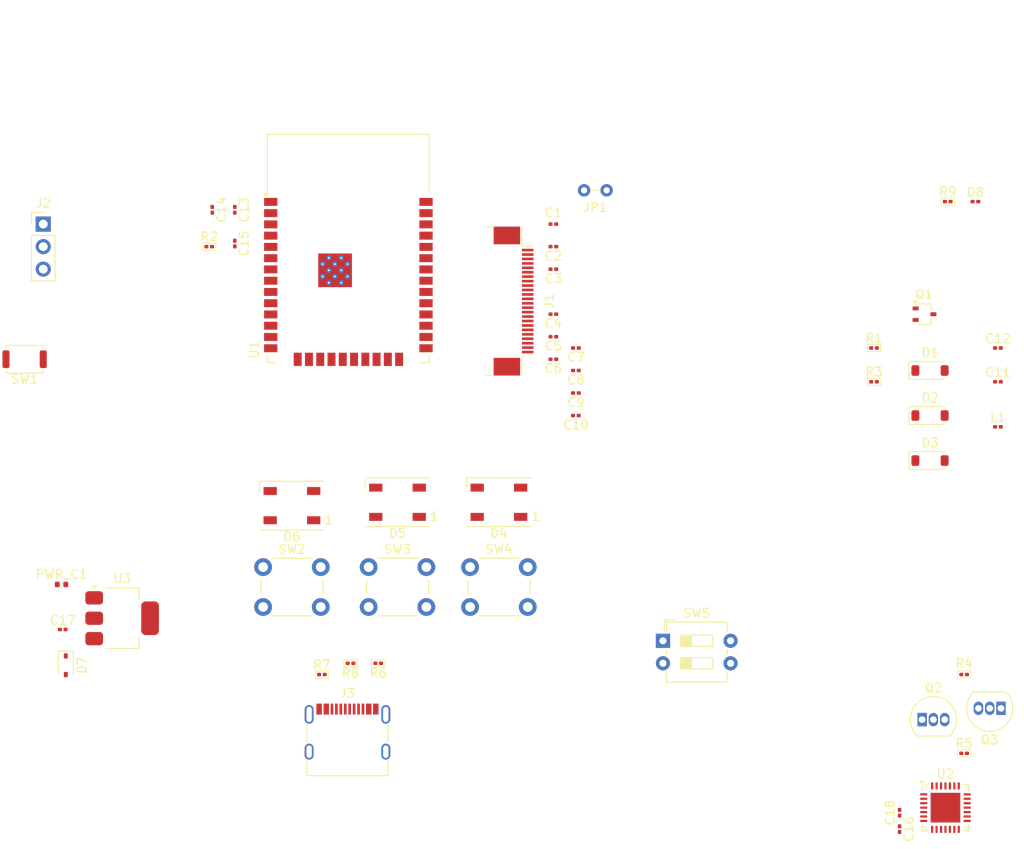
<source format=kicad_pcb>
(kicad_pcb (version 20221018) (generator pcbnew)
  (layers (0 "F.Cu" signal) (31 "B.Cu" signal) (34 "B.Paste" user) (35 "F.Paste" user) (36 "B.SilkS" user "B.Silkscreen") (37 "F.SilkS" user "F.Silkscreen") (38 "B.Mask" user) (39 "F.Mask" user) (44 "Edge.Cuts" user))
  (net 0 "")
  (net 1 "GND")
  (net 2 "Net-(J1-VGL)")
  (net 3 "Net-(J1-VGH)")
  (net 4 "Net-(J1-VDDIO)")
  (net 5 "Net-(J1-VDD)")
  (net 6 "Net-(J1-VPP)")
  (net 7 "Net-(J1-VSH)")
  (net 8 "/PREVGH")
  (net 9 "Net-(J1-VSL)")
  (net 10 "/PREVGL")
  (net 11 "Net-(J1-VCOM)")
  (net 12 "Net-(D1-A)")
  (net 13 "Net-(D3-A)")
  (net 14 "+3.3V")
  (net 15 "/EN")
  (net 16 "/VDD 2102")
  (net 17 "+5V")
  (net 18 "Net-(U2-VDD)")
  (net 19 "Net-(D4-DOUT)")
  (net 20 "/NEOPIXEL")
  (net 21 "Net-(D5-DOUT)")
  (net 23 "VBUS")
  (net 24 "Net-(D8-A)")
  (net 26 "/GDR")
  (net 27 "/RESE")
  (net 30 "/BS")
  (net 31 "/BUSY")
  (net 32 "/RST")
  (net 33 "/DC")
  (net 34 "/CS")
  (net 35 "/SCLK")
  (net 36 "/SDI")
  (net 38 "/TX")
  (net 39 "/RX")
  (net 40 "Net-(J3-CC1)")
  (net 41 "/D+")
  (net 42 "/D-")
  (net 43 "Net-(J3-CC2)")
  (net 44 "Net-(J3-SHIELD)")
  (net 45 "/DTR")
  (net 46 "Net-(Q2-B)")
  (net 47 "/BOOT")
  (net 48 "/RTS")
  (net 49 "Net-(Q3-B)")
  (net 50 "/RESE'")
  (net 51 "/PUSH_1")
  (net 52 "/PUSH_2")
  (net 53 "/PUSH_3")
  (footprint "Button_Switch_THT:SW_PUSH_6mm" (layer "F.Cu") (at 92.09 112.34)
    (fp_text reference "SW2" (at 3.25 -2) (layer "F.SilkS"))
    (fp_text value "PUSH_1")
    (pad "1" thru_hole circle (at 0 0 90) (size 2 2) (drill 1.1) (layers "*.Cu" "*.Mask") (net 51 "/PUSH_1"))
    (pad "1" thru_hole circle (at 6.5 0 90) (size 2 2) (drill 1.1) (layers "*.Cu" "*.Mask") (net 51 "/PUSH_1"))
    (pad "2" thru_hole circle (at 0 4.5 90) (size 2 2) (drill 1.1) (layers "*.Cu" "*.Mask") (net 1 "GND"))
    (pad "2" thru_hole circle (at 6.5 4.5 90) (size 2 2) (drill 1.1) (layers "*.Cu" "*.Mask") (net 1 "GND"))
  )
  (footprint "Package_TO_SOT_SMD:SOT-323_SC-70" (layer "F.Cu") (at 166.64 83.82)
    (fp_text reference "Q1" (at -0.05 -2.25) (layer "F.SilkS"))
    (fp_text value "Si1308EDL")
    (pad "1" smd roundrect (at -1 -0.65 270) (size 0.45 0.7) (layers "F.Cu" "F.Paste" "F.Mask") (net 26 "/GDR"))
    (pad "2" smd roundrect (at -1 0.65 270) (size 0.45 0.7) (layers "F.Cu" "F.Paste" "F.Mask") (net 27 "/RESE"))
    (pad "3" smd roundrect (at 1 0 270) (size 0.45 0.7) (layers "F.Cu" "F.Paste" "F.Mask") (net 13 "Net-(D3-A)"))
  )
  (footprint "PCM_Resistor_SMD_AKL:R_0201_0603Metric" (layer "F.Cu") (at 86.015 76.2)
    (fp_text reference "R2" (at 0 -1.1176) (layer "F.SilkS"))
    (fp_text value "10k" hide)
    (pad "1" smd roundrect (at -0.32 0) (size 0.46 0.4) (layers "F.Cu" "F.Mask") (net 14 "+3.3V"))
    (pad "2" smd roundrect (at 0.32 0) (size 0.46 0.4) (layers "F.Cu" "F.Mask") (net 15 "/EN"))
  )
  (footprint "PCM_Jumper_AKL:Jumper_P2.54mm_D0.7mm" (layer "F.Cu") (at 130.81 69.85 180)
    (fp_text reference "JP1" (at 1.27 -1.92) (layer "F.SilkS"))
    (fp_text value "3/4 LINE SPI" hide)
    (pad "1" thru_hole circle (at 0 0 180) (size 1.4 1.4) (drill 0.7) (layers "*.Cu" "*.Mask") (net 1 "GND"))
    (pad "2" thru_hole oval (at 2.54 0 180) (size 1.4 1.4) (drill 0.7) (layers "*.Cu" "*.Mask") (net 30 "/BS"))
  )
  (footprint "PCM_Resistor_SMD_AKL:R_0201_0603Metric" (layer "F.Cu") (at 160.945 91.44)
    (fp_text reference "R3" (at 0 -1.1176) (layer "F.SilkS"))
    (fp_text value "0.47" hide)
    (pad "1" smd roundrect (at -0.32 0) (size 0.46 0.4) (layers "F.Cu" "F.Mask") (net 27 "/RESE"))
    (pad "2" smd roundrect (at 0.32 0) (size 0.46 0.4) (layers "F.Cu" "F.Mask") (net 50 "/RESE'"))
  )
  (footprint "Connector_PinHeader_2.54mm:PinHeader_1x03_P2.54mm_Vertical" (layer "F.Cu") (at 67.31 73.66)
    (fp_text reference "J2" (at 0 -2.33) (layer "F.SilkS"))
    (fp_text value "UART Pins")
    (pad "1" thru_hole rect (at 0 0) (size 1.7 1.7) (drill 1) (layers "*.Cu" "*.Mask") (net 38 "/TX"))
    (pad "2" thru_hole oval (at 0 2.54) (size 1.7 1.7) (drill 1) (layers "*.Cu" "*.Mask") (net 39 "/RX"))
    (pad "3" thru_hole oval (at 0 5.08) (size 1.7 1.7) (drill 1) (layers "*.Cu" "*.Mask") (net 1 "GND"))
  )
  (footprint "Capacitor_SMD:C_0201_0603Metric" (layer "F.Cu") (at 127.345 92.71 180)
    (fp_text reference "C9" (at 0 -1.05) (layer "F.SilkS"))
    (fp_text value "1uF")
    (pad "1" smd roundrect (at -0.32 0 180) (size 0.46 0.4) (layers "F.Cu" "F.Mask") (net 1 "GND"))
    (pad "2" smd roundrect (at 0.32 0 180) (size 0.46 0.4) (layers "F.Cu" "F.Mask") (net 10 "/PREVGL"))
  )
  (footprint "Button_Switch_SMD:SW_Push_SPST_NO_Alps_SKRK" (layer "F.Cu") (at 65.21 88.9 180)
    (fp_text reference "SW1" (at 0 -2.25) (layer "F.SilkS"))
    (fp_text value "Boot")
    (pad "1" smd roundrect (at -2.1 0 180) (size 0.8 2) (layers "F.Cu" "F.Paste" "F.Mask") (net 47 "/BOOT"))
    (pad "2" smd roundrect (at 2.1 0 180) (size 0.8 2) (layers "F.Cu" "F.Paste" "F.Mask") (net 1 "GND"))
  )
  (footprint "PCM_Resistor_SMD_AKL:R_0201_0603Metric" (layer "F.Cu") (at 105.065 123.19 180)
    (fp_text reference "R6" (at 0 -1.1176) (layer "F.SilkS"))
    (fp_text value "1M" hide)
    (pad "1" smd roundrect (at -0.32 0 180) (size 0.46 0.4) (layers "F.Cu" "F.Mask") (net 44 "Net-(J3-SHIELD)"))
    (pad "2" smd roundrect (at 0.32 0 180) (size 0.46 0.4) (layers "F.Cu" "F.Mask") (net 1 "GND"))
  )
  (footprint "Button_Switch_THT:SW_PUSH_6mm" (layer "F.Cu") (at 115.42 112.34)
    (fp_text reference "SW4" (at 3.25 -2) (layer "F.SilkS"))
    (fp_text value "PUSH_3")
    (pad "1" thru_hole circle (at 0 0 90) (size 2 2) (drill 1.1) (layers "*.Cu" "*.Mask") (net 53 "/PUSH_3"))
    (pad "1" thru_hole circle (at 6.5 0 90) (size 2 2) (drill 1.1) (layers "*.Cu" "*.Mask") (net 53 "/PUSH_3"))
    (pad "2" thru_hole circle (at 0 4.5 90) (size 2 2) (drill 1.1) (layers "*.Cu" "*.Mask") (net 1 "GND"))
    (pad "2" thru_hole circle (at 6.5 4.5 90) (size 2 2) (drill 1.1) (layers "*.Cu" "*.Mask") (net 1 "GND"))
  )
  (footprint "Capacitor_SMD:C_0402_1005Metric" (layer "F.Cu") (at 69.37 114.3)
    (fp_text reference "PWR_C1" (at 0 -1.16) (layer "F.SilkS"))
    (fp_text value "10uF")
    (pad "1" smd roundrect (at -0.48 0) (size 0.56 0.62) (layers "F.Cu" "F.Paste" "F.Mask") (net 14 "+3.3V"))
    (pad "2" smd roundrect (at 0.48 0) (size 0.56 0.62) (layers "F.Cu" "F.Paste" "F.Mask") (net 1 "GND"))
  )
  (footprint "RF_Module:ESP32-WROOM-32D" (layer "F.Cu") (at 101.7 79.4)
    (fp_text reference "U1" (at -10.61 8.43 90) (layer "F.SilkS"))
    (fp_text value "ESP32-WROOM-32D")
    (pad "1" smd rect (at -8.75 -8.25) (size 1.5 0.9) (layers "F.Cu" "F.Paste" "F.Mask") (net 1 "GND"))
    (pad "2" smd rect (at -8.75 -6.98) (size 1.5 0.9) (layers "F.Cu" "F.Paste" "F.Mask") (net 14 "+3.3V"))
    (pad "3" smd rect (at -8.75 -5.71) (size 1.5 0.9) (layers "F.Cu" "F.Paste" "F.Mask") (net 15 "/EN"))
    (pad "4" smd rect (at -8.75 -4.44) (size 1.5 0.9) (layers "F.Cu" "F.Paste" "F.Mask"))
    (pad "5" smd rect (at -8.75 -3.17) (size 1.5 0.9) (layers "F.Cu" "F.Paste" "F.Mask"))
    (pad "6" smd rect (at -8.75 -1.9) (size 1.5 0.9) (layers "F.Cu" "F.Paste" "F.Mask") (net 52 "/PUSH_2"))
    (pad "7" smd rect (at -8.75 -0.63) (size 1.5 0.9) (layers "F.Cu" "F.Paste" "F.Mask") (net 53 "/PUSH_3"))
    (pad "8" smd rect (at -8.75 0.64) (size 1.5 0.9) (layers "F.Cu" "F.Paste" "F.Mask"))
    (pad "9" smd rect (at -8.75 1.91) (size 1.5 0.9) (layers "F.Cu" "F.Paste" "F.Mask") (net 51 "/PUSH_1"))
    (pad "10" smd rect (at -8.75 3.18) (size 1.5 0.9) (layers "F.Cu" "F.Paste" "F.Mask") (net 31 "/BUSY"))
    (pad "11" smd rect (at -8.75 4.45) (size 1.5 0.9) (layers "F.Cu" "F.Paste" "F.Mask") (net 32 "/RST"))
    (pad "12" smd rect (at -8.75 5.72) (size 1.5 0.9) (layers "F.Cu" "F.Paste" "F.Mask") (net 33 "/DC"))
    (pad "13" smd rect (at -8.75 6.99) (size 1.5 0.9) (layers "F.Cu" "F.Paste" "F.Mask") (net 36 "/SDI"))
    (pad "14" smd rect (at -8.75 8.26) (size 1.5 0.9) (layers "F.Cu" "F.Paste" "F.Mask"))
    (pad "15" smd rect (at -5.71 9.51 90) (size 1.5 0.9) (layers "F.Cu" "F.Paste" "F.Mask") (net 1 "GND"))
    (pad "16" smd rect (at -4.44 9.51 90) (size 1.5 0.9) (layers "F.Cu" "F.Paste" "F.Mask") (net 35 "/SCLK"))
    (pad "17" smd rect (at -3.17 9.51 90) (size 1.5 0.9) (layers "F.Cu" "F.Paste" "F.Mask"))
    (pad "18" smd rect (at -1.9 9.51 90) (size 1.5 0.9) (layers "F.Cu" "F.Paste" "F.Mask"))
    (pad "19" smd rect (at -0.63 9.51 90) (size 1.5 0.9) (layers "F.Cu" "F.Paste" "F.Mask"))
    (pad "20" smd rect (at 0.64 9.51 90) (size 1.5 0.9) (layers "F.Cu" "F.Paste" "F.Mask"))
    (pad "21" smd rect (at 1.91 9.51 90) (size 1.5 0.9) (layers "F.Cu" "F.Paste" "F.Mask"))
    (pad "22" smd rect (at 3.18 9.51 90) (size 1.5 0.9) (layers "F.Cu" "F.Paste" "F.Mask"))
    (pad "23" smd rect (at 4.45 9.51 90) (size 1.5 0.9) (layers "F.Cu" "F.Paste" "F.Mask") (net 34 "/CS"))
    (pad "24" smd rect (at 5.72 9.51 90) (size 1.5 0.9) (layers "F.Cu" "F.Paste" "F.Mask"))
    (pad "25" smd rect (at 8.75 8.26) (size 1.5 0.9) (layers "F.Cu" "F.Paste" "F.Mask") (net 47 "/BOOT"))
    (pad "26" smd rect (at 8.75 6.99) (size 1.5 0.9) (layers "F.Cu" "F.Paste" "F.Mask"))
    (pad "27" smd rect (at 8.75 5.72) (size 1.5 0.9) (layers "F.Cu" "F.Paste" "F.Mask"))
    (pad "28" smd rect (at 8.75 4.45) (size 1.5 0.9) (layers "F.Cu" "F.Paste" "F.Mask"))
    (pad "29" smd rect (at 8.75 3.18) (size 1.5 0.9) (layers "F.Cu" "F.Paste" "F.Mask"))
    (pad "30" smd rect (at 8.75 1.91) (size 1.5 0.9) (layers "F.Cu" "F.Paste" "F.Mask"))
    (pad "31" smd rect (at 8.75 0.64) (size 1.5 0.9) (layers "F.Cu" "F.Paste" "F.Mask"))
    (pad "32" smd rect (at 8.75 -0.63) (size 1.5 0.9) (layers "F.Cu" "F.Paste" "F.Mask"))
    (pad "33" smd rect (at 8.75 -1.9) (size 1.5 0.9) (layers "F.Cu" "F.Paste" "F.Mask"))
    (pad "34" smd rect (at 8.75 -3.17) (size 1.5 0.9) (layers "F.Cu" "F.Paste" "F.Mask") (net 38 "/TX"))
    (pad "35" smd rect (at 8.75 -4.44) (size 1.5 0.9) (layers "F.Cu" "F.Paste" "F.Mask") (net 39 "/RX"))
    (pad "36" smd rect (at 8.75 -5.71) (size 1.5 0.9) (layers "F.Cu" "F.Paste" "F.Mask") (net 20 "/NEOPIXEL"))
    (pad "37" smd rect (at 8.75 -6.98) (size 1.5 0.9) (layers "F.Cu" "F.Paste" "F.Mask"))
    (pad "38" smd rect (at 8.75 -8.25) (size 1.5 0.9) (layers "F.Cu" "F.Paste" "F.Mask") (net 1 "GND"))
    (pad "39" smd rect (at -2.9 -1.93) (size 0.9 0.9) (layers "F.Cu" "F.Paste") (net 1 "GND"))
    (pad "39" thru_hole circle (at -2.9 -1.23) (size 0.6 0.6) (drill 0.2) (property pad_prop_heatsink) (layers "*.Cu" "F.Mask") (net 1 "GND"))
    (pad "39" smd rect (at -2.9 -0.53) (size 0.9 0.9) (layers "F.Cu" "F.Paste") (net 1 "GND"))
    (pad "39" thru_hole circle (at -2.9 0.17) (size 0.6 0.6) (drill 0.2) (property pad_prop_heatsink) (layers "*.Cu" "F.Mask") (net 1 "GND"))
    (pad "39" smd rect (at -2.9 0.87) (size 0.9 0.9) (layers "F.Cu" "F.Paste") (net 1 "GND"))
    (pad "39" thru_hole circle (at -2.2 -1.93) (size 0.6 0.6) (drill 0.2) (property pad_prop_heatsink) (layers "*.Cu" "F.Mask") (net 1 "GND"))
    (pad "39" thru_hole circle (at -2.2 -0.53) (size 0.6 0.6) (drill 0.2) (property pad_prop_heatsink) (layers "*.Cu" "F.Mask") (net 1 "GND"))
    (pad "39" thru_hole circle (at -2.2 0.87) (size 0.6 0.6) (drill 0.2) (property pad_prop_heatsink) (layers "*.Cu" "F.Mask") (net 1 "GND"))
    (pad "39" thru_hole circle (at -1.525 -1.23) (size 0.6 0.6) (drill 0.2) (property pad_prop_heatsink) (layers "*.Cu" "F.Mask") (net 1 "GND"))
    (pad "39" thru_hole circle (at -1.525 0.17) (size 0.6 0.6) (drill 0.2) (property pad_prop_heatsink) (layers "*.Cu" "F.Mask") (net 1 "GND"))
    (pad "39" smd rect (at -1.5 -1.93) (size 0.9 0.9) (layers "F.Cu" "F.Paste") (net 1 "GND"))
    (pad "39" smd rect (at -1.5 -0.53) (size 0.9 0.9) (layers "F.Cu" "F.Paste") (net 1 "GND"))
    (pad "39" smd rect (at -1.5 -0.53) (size 3.8 3.8) (layers "F.Cu" "F.Mask") (net 1 "GND"))
    (pad "39" smd rect (at -1.5 0.87) (size 0.9 0.9) (layers "F.Cu" "F.Paste") (net 1 "GND"))
    (pad "39" thru_hole circle (at -0.8 -1.93) (size 0.6 0.6) (drill 0.2) (property pad_prop_heatsink) (layers "*.Cu" "F.Mask") (net 1 "GND"))
    (pad "39" thru_hole circle (at -0.8 -0.53) (size 0.6 0.6) (drill 0.2) (property pad_prop_heatsink) (layers "*.Cu" "F.Mask") (net 1 "GND"))
    (pad "39" thru_hole circle (at -0.8 0.87) (size 0.6 0.6) (drill 0.2) (property pad_prop_heatsink) (layers "*.Cu" "F.Mask") (net 1 "GND"))
    (pad "39" smd rect (at -0.1 -1.93) (size 0.9 0.9) (layers "F.Cu" "F.Paste") (net 1 "GND"))
    (pad "39" thru_hole circle (at -0.1 -1.23) (size 0.6 0.6) (drill 0.2) (property pad_prop_heatsink) (layers "*.Cu" "F.Mask") (net 1 "GND"))
    (pad "39" smd rect (at -0.1 -0.53) (size 0.9 0.9) (layers "F.Cu" "F.Paste") (net 1 "GND"))
    (pad "39" thru_hole circle (at -0.1 0.17) (size 0.6 0.6) (drill 0.2) (property pad_prop_heatsink) (layers "*.Cu" "F.Mask") (net 1 "GND"))
    (pad "39" smd rect (at -0.1 0.87) (size 0.9 0.9) (layers "F.Cu" "F.Paste") (net 1 "GND"))
  )
  (footprint "Diode_SMD:D_SOD-123" (layer "F.Cu") (at 167.26 100.33)
    (fp_text reference "D3" (at 0 -2) (layer "F.SilkS"))
    (fp_text value "MBR0530")
    (pad "1" smd roundrect (at -1.65 0) (size 0.9 1.2) (layers "F.Cu" "F.Paste" "F.Mask") (net 8 "/PREVGH"))
    (pad "2" smd roundrect (at 1.65 0) (size 0.9 1.2) (layers "F.Cu" "F.Paste" "F.Mask") (net 13 "Net-(D3-A)"))
  )
  (footprint "Capacitor_SMD:C_0201_0603Metric" (layer "F.Cu") (at 88.9 72.045 -90)
    (fp_text reference "C13" (at 0 -1.05 90) (layer "F.SilkS"))
    (fp_text value "10uF")
    (pad "1" smd roundrect (at -0.32 0 270) (size 0.46 0.4) (layers "F.Cu" "F.Mask") (net 1 "GND"))
    (pad "2" smd roundrect (at 0.32 0 270) (size 0.46 0.4) (layers "F.Cu" "F.Mask") (net 14 "+3.3V"))
  )
  (footprint "Capacitor_SMD:C_0201_0603Metric" (layer "F.Cu") (at 124.805 83.82 180)
    (fp_text reference "C4" (at 0 -1.05) (layer "F.SilkS"))
    (fp_text value "1uF")
    (pad "1" smd roundrect (at -0.32 0 180) (size 0.46 0.4) (layers "F.Cu" "F.Mask") (net 1 "GND"))
    (pad "2" smd roundrect (at 0.32 0 180) (size 0.46 0.4) (layers "F.Cu" "F.Mask") (net 5 "Net-(J1-VDD)"))
  )
  (footprint "Capacitor_SMD:C_0201_0603Metric" (layer "F.Cu") (at 124.805 88.9 180)
    (fp_text reference "C6" (at 0 -1.05) (layer "F.SilkS"))
    (fp_text value "1uF")
    (pad "1" smd roundrect (at -0.32 0 180) (size 0.46 0.4) (layers "F.Cu" "F.Mask") (net 1 "GND"))
    (pad "2" smd roundrect (at 0.32 0 180) (size 0.46 0.4) (layers "F.Cu" "F.Mask") (net 7 "Net-(J1-VSH)"))
  )
  (footprint "PCM_Resistor_SMD_AKL:R_0201_0603Metric" (layer "F.Cu") (at 101.945 123.19 180)
    (fp_text reference "R8" (at 0 -1.1176) (layer "F.SilkS"))
    (fp_text value "5.11K" hide)
    (pad "1" smd roundrect (at -0.32 0 180) (size 0.46 0.4) (layers "F.Cu" "F.Mask") (net 1 "GND"))
    (pad "2" smd roundrect (at 0.32 0 180) (size 0.46 0.4) (layers "F.Cu" "F.Mask") (net 43 "Net-(J3-CC2)"))
  )
  (footprint "Capacitor_SMD:C_0201_0603Metric" (layer "F.Cu") (at 124.805 78.74 180)
    (fp_text reference "C3" (at 0 -1.05) (layer "F.SilkS"))
    (fp_text value "0.1uF")
    (pad "1" smd roundrect (at -0.32 0 180) (size 0.46 0.4) (layers "F.Cu" "F.Mask") (net 1 "GND"))
    (pad "2" smd roundrect (at 0.32 0 180) (size 0.46 0.4) (layers "F.Cu" "F.Mask") (net 4 "Net-(J1-VDDIO)"))
  )
  (footprint "Package_DFN_QFN:QFN-28-1EP_5x5mm_P0.5mm_EP3.35x3.35mm" (layer "F.Cu") (at 169 139.47)
    (fp_text reference "U2" (at 0 -3.8) (layer "F.SilkS"))
    (fp_text value "CP2102N-Axx-xQFN28")
    (pad "1" smd roundrect (at -2.45 -1.5) (size 0.8 0.25) (layers "F.Cu" "F.Paste" "F.Mask"))
    (pad "2" smd roundrect (at -2.45 -1) (size 0.8 0.25) (layers "F.Cu" "F.Paste" "F.Mask"))
    (pad "3" smd roundrect (at -2.45 -0.5) (size 0.8 0.25) (layers "F.Cu" "F.Paste" "F.Mask") (net 1 "GND"))
    (pad "4" smd roundrect (at -2.45 0) (size 0.8 0.25) (layers "F.Cu" "F.Paste" "F.Mask") (net 41 "/D+"))
    (pad "5" smd roundrect (at -2.45 0.5) (size 0.8 0.25) (layers "F.Cu" "F.Paste" "F.Mask") (net 42 "/D-"))
    (pad "6" smd roundrect (at -2.45 1) (size 0.8 0.25) (layers "F.Cu" "F.Paste" "F.Mask") (net 18 "Net-(U2-VDD)"))
    (pad "7" smd roundrect (at -2.45 1.5) (size 0.8 0.25) (layers "F.Cu" "F.Paste" "F.Mask") (net 16 "/VDD 2102"))
    (pad "8" smd roundrect (at -1.5 2.45) (size 0.25 0.8) (layers "F.Cu" "F.Paste" "F.Mask") (net 16 "/VDD 2102"))
    (pad "9" smd roundrect (at -1 2.45) (size 0.25 0.8) (layers "F.Cu" "F.Paste" "F.Mask"))
    (pad "10" smd roundrect (at -0.5 2.45) (size 0.25 0.8) (layers "F.Cu" "F.Paste" "F.Mask"))
    (pad "11" smd roundrect (at 0 2.45) (size 0.25 0.8) (layers "F.Cu" "F.Paste" "F.Mask"))
    (pad "12" smd roundrect (at 0.5 2.45) (size 0.25 0.8) (layers "F.Cu" "F.Paste" "F.Mask"))
    (pad "13" smd roundrect (at 1 2.45) (size 0.25 0.8) (layers "F.Cu" "F.Paste" "F.Mask"))
    (pad "14" smd roundrect (at 1.5 2.45) (size 0.25 0.8) (layers "F.Cu" "F.Paste" "F.Mask"))
    (pad "15" smd roundrect (at 2.45 1.5) (size 0.8 0.25) (layers "F.Cu" "F.Paste" "F.Mask"))
    (pad "16" smd roundrect (at 2.45 1) (size 0.8 0.25) (layers "F.Cu" "F.Paste" "F.Mask"))
    (pad "17" smd roundrect (at 2.45 0.5) (size 0.8 0.25) (layers "F.Cu" "F.Paste" "F.Mask"))
    (pad "18" smd roundrect (at 2.45 0) (size 0.8 0.25) (layers "F.Cu" "F.Paste" "F.Mask"))
    (pad "19" smd roundrect (at 2.45 -0.5) (size 0.8 0.25) (layers "F.Cu" "F.Paste" "F.Mask"))
    (pad "20" smd roundrect (at 2.45 -1) (size 0.8 0.25) (layers "F.Cu" "F.Paste" "F.Mask"))
    (pad "21" smd roundrect (at 2.45 -1.5) (size 0.8 0.25) (layers "F.Cu" "F.Paste" "F.Mask"))
    (pad "22" smd roundrect (at 1.5 -2.45) (size 0.25 0.8) (layers "F.Cu" "F.Paste" "F.Mask"))
    (pad "23" smd roundrect (at 1 -2.45) (size 0.25 0.8) (layers "F.Cu" "F.Paste" "F.Mask"))
    (pad "24" smd roundrect (at 0.5 -2.45) (size 0.25 0.8) (layers "F.Cu" "F.Paste" "F.Mask") (net 48 "/RTS"))
    (pad "25" smd roundrect (at 0 -2.45) (size 0.25 0.8) (layers "F.Cu" "F.Paste" "F.Mask") (net 38 "/TX"))
    (pad "26" smd roundrect (at -0.5 -2.45) (size 0.25 0.8) (layers "F.Cu" "F.Paste" "F.Mask") (net 39 "/RX"))
    (pad "27" smd roundrect (at -1 -2.45) (size 0.25 0.8) (layers "F.Cu" "F.Paste" "F.Mask"))
    (pad "28" smd roundrect (at -1.5 -2.45) (size 0.25 0.8) (layers "F.Cu" "F.Paste" "F.Mask") (net 45 "/DTR"))
    (pad "29" smd rect (at 0 0) (size 3.35 3.35) (property pad_prop_heatsink) (layers "F.Cu" "F.Mask") (net 1 "GND"))
  )
  (footprint "PCM_Resistor_SMD_AKL:R_0201_0603Metric" (layer "F.Cu") (at 171.105 133.35)
    (fp_text reference "R5" (at 0 -1.1176) (layer "F.SilkS"))
    (fp_text value "12K" hide)
    (pad "1" smd roundrect (at -0.32 0) (size 0.46 0.4) (layers "F.Cu" "F.Mask") (net 46 "Net-(Q2-B)"))
    (pad "2" smd roundrect (at 0.32 0) (size 0.46 0.4) (layers "F.Cu" "F.Mask") (net 48 "/RTS"))
  )
  (footprint "Package_TO_SOT_THT:TO-92_Inline" (layer "F.Cu") (at 166.37 129.54)
    (fp_text reference "Q2" (at 1.27 -3.56) (layer "F.SilkS"))
    (fp_text value "S8050")
    (pad "1" thru_hole rect (at 0 0) (size 1.05 1.5) (drill 0.75) (layers "*.Cu" "*.Mask") (net 45 "/DTR"))
    (pad "2" thru_hole oval (at 1.27 0) (size 1.05 1.5) (drill 0.75) (layers "*.Cu" "*.Mask") (net 46 "Net-(Q2-B)"))
    (pad "3" thru_hole oval (at 2.54 0) (size 1.05 1.5) (drill 0.75) (layers "*.Cu" "*.Mask") (net 47 "/BOOT"))
  )
  (footprint "Diode_SMD:D_0201_0603Metric" (layer "F.Cu") (at 172.375 71.12)
    (fp_text reference "D8" (at 0 -1.05) (layer "F.SilkS"))
    (fp_text value "3.3 LED")
    (pad "1" smd roundrect (at -0.32 0) (size 0.46 0.4) (layers "F.Cu" "F.Mask") (net 1 "GND"))
    (pad "2" smd roundrect (at 0.32 0) (size 0.46 0.4) (layers "F.Cu" "F.Mask") (net 24 "Net-(D8-A)"))
  )
  (footprint "Connector_FFC-FPC:Jushuo_AFC07-S24FCA-00_1x24-1MP_P0.50_Horizontal" (layer "F.Cu") (at 120.32 82.34 -90)
    (fp_text reference "J1" (at 0 -4 90) (layer "F.SilkS"))
    (fp_text value "~")
    (pad "1" smd rect (at -5.75 -1.6 270) (size 0.3 1.3) (layers "F.Cu" "F.Paste" "F.Mask"))
    (pad "2" smd rect (at -5.25 -1.6 270) (size 0.3 1.3) (layers "F.Cu" "F.Paste" "F.Mask") (net 26 "/GDR"))
    (pad "3" smd rect (at -4.75 -1.6 270) (size 0.3 1.3) (layers "F.Cu" "F.Paste" "F.Mask") (net 27 "/RESE"))
    (pad "4" smd rect (at -4.25 -1.6 270) (size 0.3 1.3) (layers "F.Cu" "F.Paste" "F.Mask") (net 2 "Net-(J1-VGL)"))
    (pad "5" smd rect (at -3.75 -1.6 270) (size 0.3 1.3) (layers "F.Cu" "F.Paste" "F.Mask") (net 3 "Net-(J1-VGH)"))
    (pad "6" smd rect (at -3.25 -1.6 270) (size 0.3 1.3) (layers "F.Cu" "F.Paste" "F.Mask"))
    (pad "7" smd rect (at -2.75 -1.6 270) (size 0.3 1.3) (layers "F.Cu" "F.Paste" "F.Mask"))
    (pad "8" smd rect (at -2.25 -1.6 270) (size 0.3 1.3) (layers "F.Cu" "F.Paste" "F.Mask") (net 30 "/BS"))
    (pad "9" smd rect (at -1.75 -1.6 270) (size 0.3 1.3) (layers "F.Cu" "F.Paste" "F.Mask") (net 31 "/BUSY"))
    (pad "10" smd rect (at -1.25 -1.6 270) (size 0.3 1.3) (layers "F.Cu" "F.Paste" "F.Mask") (net 32 "/RST"))
    (pad "11" smd rect (at -0.75 -1.6 270) (size 0.3 1.3) (layers "F.Cu" "F.Paste" "F.Mask") (net 33 "/DC"))
    (pad "12" smd rect (at -0.25 -1.6 270) (size 0.3 1.3) (layers "F.Cu" "F.Paste" "F.Mask") (net 34 "/CS"))
    (pad "13" smd rect (at 0.25 -1.6 270) (size 0.3 1.3) (layers "F.Cu" "F.Paste" "F.Mask") (net 35 "/SCLK"))
    (pad "14" smd rect (at 0.75 -1.6 270) (size 0.3 1.3) (layers "F.Cu" "F.Paste" "F.Mask") (net 36 "/SDI"))
    (pad "15" smd rect (at 1.25 -1.6 270) (size 0.3 1.3) (layers "F.Cu" "F.Paste" "F.Mask") (net 4 "Net-(J1-VDDIO)"))
    (pad "16" smd rect (at 1.75 -1.6 270) (size 0.3 1.3) (layers "F.Cu" "F.Paste" "F.Mask"))
    (pad "17" smd rect (at 2.25 -1.6 270) (size 0.3 1.3) (layers "F.Cu" "F.Paste" "F.Mask") (net 1 "GND"))
    (pad "18" smd rect (at 2.75 -1.6 270) (size 0.3 1.3) (layers "F.Cu" "F.Paste" "F.Mask") (net 5 "Net-(J1-VDD)"))
    (pad "19" smd rect (at 3.25 -1.6 270) (size 0.3 1.3) (layers "F.Cu" "F.Paste" "F.Mask") (net 6 "Net-(J1-VPP)"))
    (pad "20" smd rect (at 3.75 -1.6 270) (size 0.3 1.3) (layers "F.Cu" "F.Paste" "F.Mask") (net 7 "Net-(J1-VSH)"))
    (pad "21" smd rect (at 4.25 -1.6 270) (size 0.3 1.3) (layers "F.Cu" "F.Paste" "F.Mask") (net 8 "/PREVGH"))
    (pad "22" smd rect (at 4.75 -1.6 270) (size 0.3 1.3) (layers "F.Cu" "F.Paste" "F.Mask") (net 9 "Net-(J1-VSL)"))
    (pad "23" smd rect (at 5.25 -1.6 270) (size 0.3 1.3) (layers "F.Cu" "F.Paste" "F.Mask") (net 10 "/PREVGL"))
    (pad "24" smd rect (at 5.75 -1.6 270) (size 0.3 1.3) (layers "F.Cu" "F.Paste" "F.Mask") (net 11 "Net-(J1-VCOM)"))
    (pad "MP" smd rect (at -7.4 0.75 270) (size 2 3) (layers "F.Cu" "F.Paste" "F.Mask"))
    (pad "MP" smd rect (at 7.4 0.75 270) (size 2 3) (layers "F.Cu" "F.Paste" "F.Mask"))
  )
  (footprint "PCM_Resistor_SMD_AKL:R_0201_0603Metric" (layer "F.Cu") (at 169.255 71.12)
    (fp_text reference "R9" (at 0 -1.1176) (layer "F.SilkS"))
    (fp_text value "2.2K" hide)
    (pad "1" smd roundrect (at -0.32 0) (size 0.46 0.4) (layers "F.Cu" "F.Mask") (net 14 "+3.3V"))
    (pad "2" smd roundrect (at 0.32 0) (size 0.46 0.4) (layers "F.Cu" "F.Mask") (net 24 "Net-(D8-A)"))
  )
  (footprint "Capacitor_SMD:C_0201_0603Metric" (layer "F.Cu") (at 124.805 73.66 180)
    (fp_text reference "C1" (at 0 1.27) (layer "F.SilkS"))
    (fp_text value "1uF")
    (pad "1" smd roundrect (at -0.32 0 180) (size 0.46 0.4) (layers "F.Cu" "F.Mask") (net 1 "GND"))
    (pad "2" smd roundrect (at 0.32 0 180) (size 0.46 0.4) (layers "F.Cu" "F.Mask") (net 2 "Net-(J1-VGL)"))
  )
  (footprint "LED_SMD:LED_WS2812B_PLCC4_5.0x5.0mm_P3.2mm" (layer "F.Cu") (at 95.34 105.41 180)
    (fp_text reference "D6" (at 0 -3.5) (layer "F.SilkS"))
    (fp_text value "WS2812B")
    (fp_text user "1" (at -4.15 -1.6) (layer "F.SilkS"))
    (pad "1" smd rect (at -2.45 -1.65 180) (size 1.5 0.9) (layers "F.Cu" "F.Paste" "F.Mask") (net 14 "+3.3V"))
    (pad "2" smd rect (at -2.45 1.65 180) (size 1.5 0.9) (layers "F.Cu" "F.Paste" "F.Mask"))
    (pad "3" smd rect (at 2.45 1.65 180) (size 1.5 0.9) (layers "F.Cu" "F.Paste" "F.Mask") (net 1 "GND"))
    (pad "4" smd rect (at 2.45 -1.65 180) (size 1.5 0.9) (layers "F.Cu" "F.Paste" "F.Mask") (net 21 "Net-(D5-DOUT)"))
  )
  (footprint "Button_Switch_THT:SW_DIP_SPSTx02_Slide_6.7x6.64mm_W7.62mm_P2.54mm_LowProfile" (layer "F.Cu") (at 137.16 120.65)
    (fp_text reference "SW5" (at 3.81 -3.11) (layer "F.SilkS"))
    (fp_text value "A/B SW")
    (pad "1" thru_hole rect (at 0 0) (size 1.6 1.6) (drill 0.8) (layers "*.Cu" "*.Mask") (net 16 "/VDD 2102"))
    (pad "2" thru_hole oval (at 0 2.54) (size 1.6 1.6) (drill 0.8) (layers "*.Cu" "*.Mask") (net 50 "/RESE'"))
    (pad "3" thru_hole oval (at 7.62 2.54) (size 1.6 1.6) (drill 0.8) (layers "*.Cu" "*.Mask") (net 1 "GND"))
    (pad "4" thru_hole oval (at 7.62 0) (size 1.6 1.6) (drill 0.8) (layers "*.Cu" "*.Mask") (net 23 "VBUS"))
  )
  (footprint "LED_SMD:LED_WS2812B_PLCC4_5.0x5.0mm_P3.2mm" (layer "F.Cu") (at 118.67 105.03 180)
    (fp_text reference "D4" (at 0 -3.5) (layer "F.SilkS"))
    (fp_text value "WS2812B")
    (fp_text user "1" (at -4.15 -1.6) (layer "F.SilkS"))
    (pad "1" smd rect (at -2.45 -1.65 180) (size 1.5 0.9) (layers "F.Cu" "F.Paste" "F.Mask") (net 14 "+3.3V"))
    (pad "2" smd rect (at -2.45 1.65 180) (size 1.5 0.9) (layers "F.Cu" "F.Paste" "F.Mask") (net 19 "Net-(D4-DOUT)"))
    (pad "3" smd rect (at 2.45 1.65 180) (size 1.5 0.9) (layers "F.Cu" "F.Paste" "F.Mask") (net 1 "GND"))
    (pad "4" smd rect (at 2.45 -1.65 180) (size 1.5 0.9) (layers "F.Cu" "F.Paste" "F.Mask") (net 20 "/NEOPIXEL"))
  )
  (footprint "Capacitor_SMD:C_0201_0603Metric" (layer "F.Cu") (at 174.915 87.63)
    (fp_text reference "C12" (at 0 -1.05) (layer "F.SilkS"))
    (fp_text value "10uF")
    (pad "1" smd roundrect (at -0.32 0) (size 0.46 0.4) (layers "F.Cu" "F.Mask") (net 14 "+3.3V"))
    (pad "2" smd roundrect (at 0.32 0) (size 0.46 0.4) (layers "F.Cu" "F.Mask") (net 1 "GND"))
  )
  (footprint "Capacitor_SMD:C_0201_0603Metric" (layer "F.Cu") (at 124.805 86.36 180)
    (fp_text reference "C5" (at 0 -1.05) (layer "F.SilkS"))
    (fp_text value "1uF")
    (pad "1" smd roundrect (at -0.32 0 180) (size 0.46 0.4) (layers "F.Cu" "F.Mask") (net 1 "GND"))
    (pad "2" smd roundrect (at 0.32 0 180) (size 0.46 0.4) (layers "F.Cu" "F.Mask") (net 6 "Net-(J1-VPP)"))
  )
  (footprint "Capacitor_SMD:C_0201_0603Metric" (layer "F.Cu") (at 127.345 95.25 180)
    (fp_text reference "C10" (at 0 -1.05) (layer "F.SilkS"))
    (fp_text value "1uF")
    (pad "1" smd roundrect (at -0.32 0 180) (size 0.46 0.4) (layers "F.Cu" "F.Mask") (net 1 "GND"))
    (pad "2" smd roundrect (at 0.32 0 180) (size 0.46 0.4) (layers "F.Cu" "F.Mask") (net 11 "Net-(J1-VCOM)"))
  )
  (footprint "Capacitor_SMD:C_0201_0603Metric" (layer "F.Cu") (at 88.9 75.855 -90)
    (fp_text reference "C15" (at 0 -1.05 90) (layer "F.SilkS"))
    (fp_text value "0.1uF")
    (pad "1" smd roundrect (at -0.32 0 270) (size 0.46 0.4) (layers "F.Cu" "F.Mask") (net 1 "GND"))
    (pad "2" smd roundrect (at 0.32 0 270) (size 0.46 0.4) (layers "F.Cu" "F.Mask") (net 15 "/EN"))
  )
  (footprint "PCM_Resistor_SMD_AKL:R_0201_0603Metric" (layer "F.Cu") (at 98.715 124.46)
    (fp_text reference "R7" (at 0 -1.1176) (layer "F.SilkS"))
    (fp_text value "5.11K" hide)
    (pad "1" smd roundrect (at -0.32 0) (size 0.46 0.4) (layers "F.Cu" "F.Mask") (net 1 "GND"))
    (pad "2" smd roundrect (at 0.32 0) (size 0.46 0.4) (layers "F.Cu" "F.Mask") (net 40 "Net-(J3-CC1)"))
  )
  (footprint "PCM_Resistor_SMD_AKL:R_0201_0603Metric" (layer "F.Cu") (at 160.945 87.63)
    (fp_text reference "R1" (at 0 -1.1176) (layer "F.SilkS"))
    (fp_text value "10K" hide)
    (pad "1" smd roundrect (at -0.32 0) (size 0.46 0.4) (layers "F.Cu" "F.Mask") (net 26 "/GDR"))
    (pad "2" smd roundrect (at 0.32 0) (size 0.46 0.4) (layers "F.Cu" "F.Mask") (net 1 "GND"))
  )
  (footprint "Button_Switch_THT:SW_PUSH_6mm" (layer "F.Cu") (at 103.99 112.34)
    (fp_text reference "SW3" (at 3.25 -2) (layer "F.SilkS"))
    (fp_text value "PUSH_2")
    (pad "1" thru_hole circle (at 0 0 90) (size 2 2) (drill 1.1) (layers "*.Cu" "*.Mask") (net 52 "/PUSH_2"))
    (pad "1" thru_hole circle (at 6.5 0 90) (size 2 2) (drill 1.1) (layers "*.Cu" "*.Mask") (net 52 "/PUSH_2"))
    (pad "2" thru_hole circle (at 0 4.5 90) (size 2 2) (drill 1.1) (layers "*.Cu" "*.Mask") (net 1 "GND"))
    (pad "2" thru_hole circle (at 6.5 4.5 90) (size 2 2) (drill 1.1) (layers "*.Cu" "*.Mask") (net 1 "GND"))
  )
  (footprint "Capacitor_SMD:C_0201_0603Metric" (layer "F.Cu") (at 174.915 91.44)
    (fp_text reference "C11" (at 0 -1.05) (layer "F.SilkS"))
    (fp_text value "4.7uF")
    (pad "1" smd roundrect (at -0.32 0) (size 0.46 0.4) (layers "F.Cu" "F.Mask") (net 12 "Net-(D1-A)"))
    (pad "2" smd roundrect (at 0.32 0) (size 0.46 0.4) (layers "F.Cu" "F.Mask") (net 13 "Net-(D3-A)"))
  )
  (footprint "Capacitor_SMD:C_0201_0603Metric" (layer "F.Cu") (at 69.505 119.38)
    (fp_text reference "C17" (at 0 -1.05) (layer "F.SilkS"))
    (fp_text value "10uF")
    (pad "1" smd roundrect (at -0.32 0) (size 0.46 0.4) (layers "F.Cu" "F.Mask") (net 1 "GND"))
    (pad "2" smd roundrect (at 0.32 0) (size 0.46 0.4) (layers "F.Cu" "F.Mask") (net 17 "+5V"))
  )
  (footprint "Package_TO_SOT_SMD:SOT-223-3_TabPin2" (layer "F.Cu") (at 76.2 118.11)
    (fp_text reference "U3" (at 0 -4.5) (layer "F.SilkS"))
    (fp_text value "AMS1117-3.3")
    (pad "1" smd roundrect (at -3.15 -2.3) (size 2 1.5) (layers "F.Cu" "F.Paste" "F.Mask") (net 1 "GND"))
    (pad "2" smd roundrect (at -3.15 0) (size 2 1.5) (layers "F.Cu" "F.Paste" "F.Mask") (net 14 "+3.3V"))
    (pad "2" smd roundrect (at 3.15 0) (size 2 3.8) (layers "F.Cu" "F.Paste" "F.Mask") (net 14 "+3.3V"))
    (pad "3" smd roundrect (at -3.15 2.3) (size 2 1.5) (layers "F.Cu" "F.Paste" "F.Mask") (net 17 "+5V"))
  )
  (footprint "Inductor_SMD:L_0201_0603Metric" (layer "F.Cu") (at 174.915 96.52)
    (fp_text reference "L1" (at 0 -1.05) (layer "F.SilkS"))
    (fp_text value "68uH")
    (pad "1" smd roundrect (at -0.32 0) (size 0.46 0.4) (layers "F.Cu" "F.Mask") (net 14 "+3.3V"))
    (pad "2" smd roundrect (at 0.32 0) (size 0.46 0.4) (layers "F.Cu" "F.Mask") (net 13 "Net-(D3-A)"))
  )
  (footprint "Package_TO_SOT_THT:TO-92_Inline" (layer "F.Cu") (at 175.26 128.27 180)
    (fp_text reference "Q3" (at 1.27 -3.56) (layer "F.SilkS"))
    (fp_text value "S8050")
    (pad "1" thru_hole rect (at 0 0 180) (size 1.05 1.5) (drill 0.75) (layers "*.Cu" "*.Mask") (net 48 "/RTS"))
    (pad "2" thru_hole oval (at 1.27 0 180) (size 1.05 1.5) (drill 0.75) (layers "*.Cu" "*.Mask") (net 49 "Net-(Q3-B)"))
    (pad "3" thru_hole oval (at 2.54 0 180) (size 1.05 1.5) (drill 0.75) (layers "*.Cu" "*.Mask") (net 15 "/EN"))
  )
  (footprint "Capacitor_SMD:C_0201_0603Metric" (layer "F.Cu") (at 124.805 76.2 180)
    (fp_text reference "C2" (at 0 -1.05) (layer "F.SilkS"))
    (fp_text value "1uF")
    (pad "1" smd roundrect (at -0.32 0 180) (size 0.46 0.4) (layers "F.Cu" "F.Mask") (net 1 "GND"))
    (pad "2" smd roundrect (at 0.32 0 180) (size 0.46 0.4) (layers "F.Cu" "F.Mask") (net 3 "Net-(J1-VGH)"))
  )
  (footprint "PCM_Resistor_SMD_AKL:R_0201_0603Metric" (layer "F.Cu") (at 171.105 124.46 180)
    (fp_text reference "R4" (at 0 1.27) (layer "F.SilkS"))
    (fp_text value "12K" hide)
    (pad "1" smd roundrect (at -0.32 0 180) (size 0.46 0.4) (layers "F.Cu" "F.Mask") (net 49 "Net-(Q3-B)"))
    (pad "2" smd roundrect (at 0.32 0 180) (size 0.46 0.4) (layers "F.Cu" "F.Mask") (net 45 "/DTR"))
  )
  (footprint "Diode_SMD:D_SOD-323" (layer "F.Cu") (at 69.85 123.41 -90)
    (fp_text reference "D7" (at 0 -1.85 90) (layer "F.SilkS"))
    (fp_text value "1N5819WS")
    (pad "1" smd roundrect (at -1.05 0 270) (size 0.6 0.45) (layers "F.Cu" "F.Paste" "F.Mask") (net 17 "+5V"))
    (pad "2" smd roundrect (at 1.05 0 270) (size 0.6 0.45) (layers "F.Cu" "F.Paste" "F.Mask") (net 23 "VBUS"))
  )
  (footprint "Capacitor_SMD:C_0201_0603Metric" (layer "F.Cu") (at 163.83 141.895 -90)
    (fp_text reference "C16" (at 0 -1.05 90) (layer "F.SilkS"))
    (fp_text value "10uF")
    (pad "1" smd roundrect (at -0.32 0 270) (size 0.46 0.4) (layers "F.Cu" "F.Mask") (net 1 "GND"))
    (pad "2" smd roundrect (at 0.32 0 270) (size 0.46 0.4) (layers "F.Cu" "F.Mask") (net 16 "/VDD 2102"))
  )
  (footprint "Diode_SMD:D_SOD-123" (layer "F.Cu") (at 167.26 95.25)
    (fp_text reference "D2" (at 0 -2) (layer "F.SilkS"))
    (fp_text value "MBR0530")
    (pad "1" smd roundrect (at -1.65 0) (size 0.9 1.2) (layers "F.Cu" "F.Paste" "F.Mask") (net 12 "Net-(D1-A)"))
    (pad "2" smd roundrect (at 1.65 0) (size 0.9 1.2) (layers "F.Cu" "F.Paste" "F.Mask") (net 10 "/PREVGL"))
  )
  (footprint "Capacitor_SMD:C_0201_0603Metric" (layer "F.Cu") (at 127.345 87.63 180)
    (fp_text reference "C7" (at 0 -1.05) (layer "F.SilkS"))
    (fp_text value "1uF")
    (pad "1" smd roundrect (at -0.32 0 180) (size 0.46 0.4) (layers "F.Cu" "F.Mask") (net 1 "GND"))
    (pad "2" smd roundrect (at 0.32 0 180) (size 0.46 0.4) (layers "F.Cu" "F.Mask") (net 8 "/PREVGH"))
  )
  (footprint "Diode_SMD:D_SOD-123" (layer "F.Cu") (at 167.26 90.17)
    (fp_text reference "D1" (at 0 -2) (layer "F.SilkS"))
    (fp_text value "MBR0530")
    (pad "1" smd roundrect (at -1.65 0) (size 0.9 1.2) (layers "F.Cu" "F.Paste" "F.Mask") (net 1 "GND"))
    (pad "2" smd roundrect (at 1.65 0) (size 0.9 1.2) (layers "F.Cu" "F.Paste" "F.Mask") (net 12 "Net-(D1-A)"))
  )
  (footprint "Capacitor_SMD:C_0201_0603Metric" (layer "F.Cu") (at 86.36 72.045 -90)
    (fp_text reference "C14" (at 0 -1.05 90) (layer "F.SilkS"))
    (fp_text value "0.1uF")
    (pad "1" smd roundrect (at -0.32 0 270) (size 0.46 0.4) (layers "F.Cu" "F.Mask") (net 1 "GND"))
    (pad "2" smd roundrect (at 0.32 0 270) (size 0.46 0.4) (layers "F.Cu" "F.Mask") (net 14 "+3.3V"))
  )
  (footprint "LED_SMD:LED_WS2812B_PLCC4_5.0x5.0mm_P3.2mm" (layer "F.Cu") (at 107.24 105.03 180)
    (fp_text reference "D5" (at 0 -3.5) (layer "F.SilkS"))
    (fp_text value "WS2812B")
    (fp_text user "1" (at -4.15 -1.6) (layer "F.SilkS"))
    (pad "1" smd rect (at -2.45 -1.65 180) (size 1.5 0.9) (layers "F.Cu" "F.Paste" "F.Mask") (net 14 "+3.3V"))
    (pad "2" smd rect (at -2.45 1.65 180) (size 1.5 0.9) (layers "F.Cu" "F.Paste" "F.Mask") (net 21 "Net-(D5-DOUT)"))
    (pad "3" smd rect (at 2.45 1.65 180) (size 1.5 0.9) (layers "F.Cu" "F.Paste" "F.Mask") (net 1 "GND"))
    (pad "4" smd rect (at 2.45 -1.65 180) (size 1.5 0.9) (layers "F.Cu" "F.Paste" "F.Mask") (net 19 "Net-(D4-DOUT)"))
  )
  (footprint "Capacitor_SMD:C_0201_0603Metric" (layer "F.Cu") (at 163.83 140.045 90)
    (fp_text reference "C18" (at 0 -1.05 90) (layer "F.SilkS"))
    (fp_text value "1uF")
    (pad "1" smd roundrect (at -0.32 0 90) (size 0.46 0.4) (layers "F.Cu" "F.Mask") (net 1 "GND"))
    (pad "2" smd roundrect (at 0.32 0 90) (size 0.46 0.4) (layers "F.Cu" "F.Mask") (net 18 "Net-(U2-VDD)"))
  )
  (footprint "Capacitor_SMD:C_0201_0603Metric" (layer "F.Cu") (at 127.345 90.17 180)
    (fp_text reference "C8" (at 0 -1.05) (layer "F.SilkS"))
    (fp_text value "1uF")
    (pad "1" smd roundrect (at -0.32 0 180) (size 0.46 0.4) (layers "F.Cu" "F.Mask") (net 1 "GND"))
    (pad "2" smd roundrect (at 0.32 0 180) (size 0.46 0.4) (layers "F.Cu" "F.Mask") (net 9 "Net-(J1-VSL)"))
  )
  (footprint "Connector_USB:USB_C_Receptacle_G-Switch_GT-USB-7010ASV" (layer "F.Cu") (at 101.6 132.08)
    (fp_text reference "J3" (at 0 -5.5) (layer "F.SilkS"))
    (fp_text value "USB_C_Receptacle_USB2.0_14P")
    (pad "" np_thru_hole circle (at -2.89 -2.605) (size 0.65 0.65) (drill 0.65) (layers "*.Cu" "*.Mask"))
    (pad "" np_thru_hole circle (at 2.89 -2.605) (size 0.65 0.65) (drill 0.65) (layers "*.Cu" "*.Mask"))
    (pad "A1" smd rect (at -3.2 -3.725) (size 0.6 1.24) (layers "F.Cu" "F.Paste" "F.Mask") (net 1 "GND"))
    (pad "A4" smd rect (at -2.4 -3.725) (size 0.6 1.24) (layers "F.Cu" "F.Paste" "F.Mask") (net 23 "VBUS"))
    (pad "A5" smd rect (at -1.25 -3.725) (size 0.3 1.24) (layers "F.Cu" "F.Paste" "F.Mask") (net 40 "Net-(J3-CC1)"))
    (pad "A6" smd rect (at -0.25 -3.725) (size 0.3 1.24) (layers "F.Cu" "F.Paste" "F.Mask") (net 41 "/D+"))
    (pad "A7" smd rect (at 0.25 -3.725) (size 0.3 1.24) (layers "F.Cu" "F.Paste" "F.Mask") (net 42 "/D-"))
    (pad "A8" smd rect (at 1.25 -3.725) (size 0.3 1.24) (layers "F.Cu" "F.Paste" "F.Mask"))
    (pad "A9" smd rect (at 2.4 -3.725) (size 0.6 1.24) (layers "F.Cu" "F.Paste" "F.Mask") (net 23 "VBUS"))
    (pad "A12" smd rect (at 3.2 -3.725) (size 0.6 1.24) (layers "F.Cu" "F.Paste" "F.Mask") (net 1 "GND"))
    (pad "B1" smd rect (at 3.2 -3.725) (size 0.6 1.24) (layers "F.Cu" "F.Paste" "F.Mask") (net 1 "GND"))
    (pad "B4" smd rect (at 2.4 -3.725) (size 0.6 1.24) (layers "F.Cu" "F.Paste" "F.Mask") (net 23 "VBUS"))
    (pad "B5" smd rect (at 1.75 -3.725) (size 0.3 1.24) (layers "F.Cu" "F.Paste" "F.Mask") (net 43 "Net-(J3-CC2)"))
    (pad "B6" smd rect (at 0.75 -3.725) (size 0.3 1.24) (layers "F.Cu" "F.Paste" "F.Mask") (net 41 "/D+"))
    (pad "B7" smd rect (at -0.75 -3.725) (size 0.3 1.24) (layers "F.Cu" "F.Paste" "F.Mask") (net 42 "/D-"))
    (pad "B8" smd rect (at -1.75 -3.725) (size 0.3 1.24) (layers "F.Cu" "F.Paste" "F.Mask"))
    (pad "B9" smd rect (at -2.4 -3.725) (size 0.6 1.24) (layers "F.Cu" "F.Paste" "F.Mask") (net 23 "VBUS"))
    (pad "B12" smd rect (at -3.2 -3.725) (size 0.6 1.24) (layers "F.Cu" "F.Paste" "F.Mask") (net 1 "GND"))
    (pad "S1" thru_hole oval (at -4.32 -3.125) (size 1 2.1) (drill oval 0.6 1.7) (layers "*.Cu" "*.Mask") (net 44 "Net-(J3-SHIELD)"))
    (pad "S1" thru_hole oval (at -4.32 1.075) (size 1 1.8) (drill oval 0.6 1.4) (layers "*.Cu" "*.Mask") (net 44 "Net-(J3-SHIELD)"))
    (pad "S1" thru_hole oval (at 4.32 -3.125) (size 1 2.1) (drill oval 0.6 1.7) (layers "*.Cu" "*.Mask") (net 44 "Net-(J3-SHIELD)"))
    (pad "S1" thru_hole oval (at 4.32 1.075) (size 1 1.8) (drill oval 0.6 1.4) (layers "*.Cu" "*.Mask") (net 44 "Net-(J3-SHIELD)"))
  )
)
</source>
